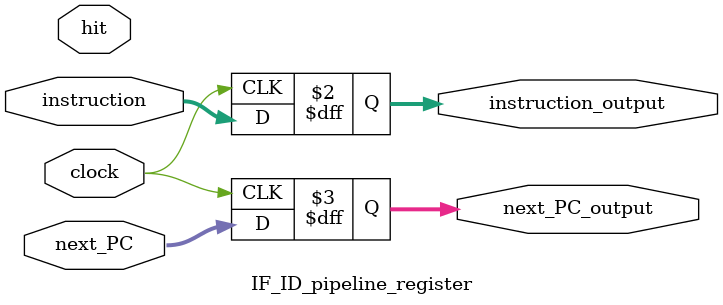
<source format=v>
`timescale 1ns / 1ps

module IF_ID_pipeline_register(
	input[31:0] instruction, input[31:0] next_PC, input hit, input clock, 
	output reg[31:0] instruction_output, output reg[31:0] next_PC_output
	);

	always@(negedge clock)
		begin
			instruction_output = instruction;
			next_PC_output = next_PC;
		end
		
endmodule

</source>
